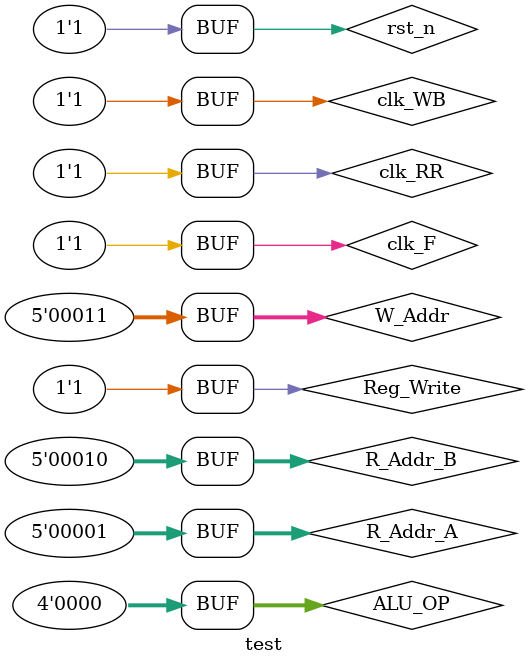
<source format=v>
`timescale 1ns / 1ps

module test();

    reg Reg_Write;
    reg clk_WB;
    reg clk_RR;
    reg clk_F;
    reg rst_n;
    reg [4:0] R_Addr_A;
    reg [4:0] R_Addr_B;
    reg [4:0] W_Addr;
    reg [3:0] ALU_OP;
    wire [31:0] F;
    wire [3:0] FR;
    wire [31:0] debug;

    register_heap_top uut(
        .Reg_Write(Reg_Write),
        .clk_WB(clk_WB),
        .clk_RR(clk_RR),
        .clk_F(clk_F),
        .rst_n(rst_n),
        .R_Addr_A(R_Addr_A),
        .R_Addr_B(R_Addr_B),
        .W_Addr(W_Addr),
        .ALU_OP(ALU_OP),
        .F(F),
        .FR(FR),
        .debug(debug)
        );
        
    initial begin
        rst_n = 1;

        // 1
        #10
        R_Addr_A = 0;
        R_Addr_B = 1;
        clk_RR = 0;
        ALU_OP = 0;
        clk_F = 0;
        W_Addr = 2;
        clk_WB = 0;
        
        #10;
        clk_RR = 1;
        #10;
        clk_F = 1;
        #10;
        Reg_Write = 1;
        #10;
        clk_WB = 1;
        // 2
        #100;
        R_Addr_A = 1;
        R_Addr_B = 2;
        clk_RR = 0;
        ALU_OP = 0;
        clk_F = 0;
        W_Addr = 3;
        clk_WB = 0;
        #10;
        clk_RR = 1;
        #10;
        clk_F = 1;
        #10;
        Reg_Write = 1;
        #10;
        clk_WB = 1;
    end
endmodule

</source>
